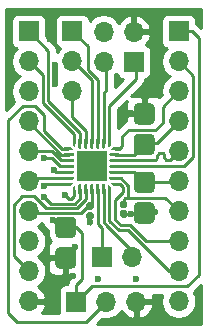
<source format=gtl>
G04 #@! TF.GenerationSoftware,KiCad,Pcbnew,(5.1.8)-1*
G04 #@! TF.CreationDate,2021-06-06T22:48:37+01:00*
G04 #@! TF.ProjectId,qfn-practice,71666e2d-7072-4616-9374-6963652e6b69,rev?*
G04 #@! TF.SameCoordinates,Original*
G04 #@! TF.FileFunction,Copper,L1,Top*
G04 #@! TF.FilePolarity,Positive*
%FSLAX46Y46*%
G04 Gerber Fmt 4.6, Leading zero omitted, Abs format (unit mm)*
G04 Created by KiCad (PCBNEW (5.1.8)-1) date 2021-06-06 22:48:37*
%MOMM*%
%LPD*%
G01*
G04 APERTURE LIST*
G04 #@! TA.AperFunction,ComponentPad*
%ADD10R,1.700000X1.700000*%
G04 #@! TD*
G04 #@! TA.AperFunction,ComponentPad*
%ADD11O,1.700000X1.700000*%
G04 #@! TD*
G04 #@! TA.AperFunction,SMDPad,CuDef*
%ADD12C,0.100000*%
G04 #@! TD*
G04 #@! TA.AperFunction,SMDPad,CuDef*
%ADD13R,2.500000X2.500000*%
G04 #@! TD*
G04 #@! TA.AperFunction,ViaPad*
%ADD14C,0.600000*%
G04 #@! TD*
G04 #@! TA.AperFunction,Conductor*
%ADD15C,0.250000*%
G04 #@! TD*
G04 #@! TA.AperFunction,Conductor*
%ADD16C,0.500000*%
G04 #@! TD*
G04 #@! TA.AperFunction,Conductor*
%ADD17C,0.254000*%
G04 #@! TD*
G04 #@! TA.AperFunction,Conductor*
%ADD18C,0.100000*%
G04 #@! TD*
G04 APERTURE END LIST*
D10*
G04 #@! TO.P,J1,1*
G04 #@! TO.N,+3V3*
X162560000Y-58420000D03*
D11*
G04 #@! TO.P,J1,2*
G04 #@! TO.N,/P19*
X162560000Y-60960000D03*
G04 #@! TO.P,J1,3*
G04 #@! TO.N,/P18*
X162560000Y-63500000D03*
G04 #@! TO.P,J1,4*
G04 #@! TO.N,/AT_VCC_ST_PA10*
X162560000Y-66040000D03*
G04 #@! TO.P,J1,5*
G04 #@! TO.N,/AT_PB2_ST_PA9*
X162560000Y-68580000D03*
G04 #@! TO.P,J1,6*
G04 #@! TO.N,/AT_PB1_ST_VDD*
X162560000Y-71120000D03*
G04 #@! TO.P,J1,7*
G04 #@! TO.N,/AT_PB0_ST_GND*
X162560000Y-73660000D03*
G04 #@! TO.P,J1,8*
G04 #@! TO.N,/P13*
X162560000Y-76200000D03*
G04 #@! TO.P,J1,9*
G04 #@! TO.N,/P12*
X162560000Y-78740000D03*
G04 #@! TO.P,J1,10*
G04 #@! TO.N,/P11*
X162560000Y-81280000D03*
G04 #@! TD*
G04 #@! TO.P,J2,10*
G04 #@! TO.N,GND*
X149860000Y-81280000D03*
G04 #@! TO.P,J2,9*
G04 #@! TO.N,/P9*
X149860000Y-78740000D03*
G04 #@! TO.P,J2,8*
G04 #@! TO.N,/P8*
X149860000Y-76200000D03*
G04 #@! TO.P,J2,7*
G04 #@! TO.N,/AT_GND_ST_PA5*
X149860000Y-73660000D03*
G04 #@! TO.P,J2,6*
G04 #@! TO.N,/AT_PB4_ST_PA0*
X149860000Y-71120000D03*
G04 #@! TO.P,J2,5*
G04 #@! TO.N,/AT_PB3_ST_PF1*
X149860000Y-68580000D03*
G04 #@! TO.P,J2,4*
G04 #@! TO.N,/AT_PB5_!RESET_ST_PF0*
X149860000Y-66040000D03*
G04 #@! TO.P,J2,3*
G04 #@! TO.N,/P3*
X149860000Y-63500000D03*
G04 #@! TO.P,J2,2*
G04 #@! TO.N,/P2*
X149860000Y-60960000D03*
D10*
G04 #@! TO.P,J2,1*
G04 #@! TO.N,/P1*
X149860000Y-58420000D03*
G04 #@! TD*
G04 #@! TA.AperFunction,SMDPad,CuDef*
D12*
G04 #@! TO.P,U2,14*
G04 #@! TO.N,/P12*
G36*
X156655139Y-71470865D02*
G01*
X156663581Y-71473425D01*
X156671361Y-71477584D01*
X156678180Y-71483180D01*
X156811820Y-71616820D01*
X156817416Y-71623639D01*
X156821575Y-71631419D01*
X156824135Y-71639861D01*
X156825000Y-71648640D01*
X156825000Y-72180000D01*
X156824135Y-72188779D01*
X156821575Y-72197221D01*
X156817416Y-72205001D01*
X156811820Y-72211820D01*
X156805001Y-72217416D01*
X156797221Y-72221575D01*
X156788779Y-72224135D01*
X156780000Y-72225000D01*
X156620000Y-72225000D01*
X156611221Y-72224135D01*
X156602779Y-72221575D01*
X156594999Y-72217416D01*
X156588180Y-72211820D01*
X156582584Y-72205001D01*
X156578425Y-72197221D01*
X156575865Y-72188779D01*
X156575000Y-72180000D01*
X156575000Y-71515000D01*
X156575865Y-71506221D01*
X156578425Y-71497779D01*
X156582584Y-71489999D01*
X156588180Y-71483180D01*
X156594999Y-71477584D01*
X156602779Y-71473425D01*
X156611221Y-71470865D01*
X156620000Y-71470000D01*
X156646360Y-71470000D01*
X156655139Y-71470865D01*
G37*
G04 #@! TD.AperFunction*
G04 #@! TA.AperFunction,SMDPad,CuDef*
G04 #@! TO.P,U2,7*
G04 #@! TO.N,/ST_PA1*
G36*
X153543779Y-71225865D02*
G01*
X153552221Y-71228425D01*
X153560001Y-71232584D01*
X153566820Y-71238180D01*
X153572416Y-71244999D01*
X153576575Y-71252779D01*
X153579135Y-71261221D01*
X153580000Y-71270000D01*
X153580000Y-71296360D01*
X153579135Y-71305139D01*
X153576575Y-71313581D01*
X153572416Y-71321361D01*
X153566820Y-71328180D01*
X153433180Y-71461820D01*
X153426361Y-71467416D01*
X153418581Y-71471575D01*
X153410139Y-71474135D01*
X153401360Y-71475000D01*
X152870000Y-71475000D01*
X152861221Y-71474135D01*
X152852779Y-71471575D01*
X152844999Y-71467416D01*
X152838180Y-71461820D01*
X152832584Y-71455001D01*
X152828425Y-71447221D01*
X152825865Y-71438779D01*
X152825000Y-71430000D01*
X152825000Y-71270000D01*
X152825865Y-71261221D01*
X152828425Y-71252779D01*
X152832584Y-71244999D01*
X152838180Y-71238180D01*
X152844999Y-71232584D01*
X152852779Y-71228425D01*
X152861221Y-71225865D01*
X152870000Y-71225000D01*
X153535000Y-71225000D01*
X153543779Y-71225865D01*
G37*
G04 #@! TD.AperFunction*
G04 #@! TO.P,U2,9*
G04 #@! TO.N,/P8*
G04 #@! TA.AperFunction,SMDPad,CuDef*
G36*
G01*
X154075000Y-72162500D02*
X154075000Y-71412500D01*
G75*
G02*
X154137500Y-71350000I62500J0D01*
G01*
X154262500Y-71350000D01*
G75*
G02*
X154325000Y-71412500I0J-62500D01*
G01*
X154325000Y-72162500D01*
G75*
G02*
X154262500Y-72225000I-62500J0D01*
G01*
X154137500Y-72225000D01*
G75*
G02*
X154075000Y-72162500I0J62500D01*
G01*
G37*
G04 #@! TD.AperFunction*
G04 #@! TO.P,U2,2*
G04 #@! TO.N,/AT_PB5_!RESET_ST_PF0*
G04 #@! TA.AperFunction,SMDPad,CuDef*
G36*
G01*
X152825000Y-68912500D02*
X152825000Y-68787500D01*
G75*
G02*
X152887500Y-68725000I62500J0D01*
G01*
X153637500Y-68725000D01*
G75*
G02*
X153700000Y-68787500I0J-62500D01*
G01*
X153700000Y-68912500D01*
G75*
G02*
X153637500Y-68975000I-62500J0D01*
G01*
X152887500Y-68975000D01*
G75*
G02*
X152825000Y-68912500I0J62500D01*
G01*
G37*
G04 #@! TD.AperFunction*
G04 #@! TA.AperFunction,SMDPad,CuDef*
G04 #@! TO.P,U2,28*
G04 #@! TO.N,/P2*
G36*
X153788779Y-67475865D02*
G01*
X153797221Y-67478425D01*
X153805001Y-67482584D01*
X153811820Y-67488180D01*
X153817416Y-67494999D01*
X153821575Y-67502779D01*
X153824135Y-67511221D01*
X153825000Y-67520000D01*
X153825000Y-68185000D01*
X153824135Y-68193779D01*
X153821575Y-68202221D01*
X153817416Y-68210001D01*
X153811820Y-68216820D01*
X153805001Y-68222416D01*
X153797221Y-68226575D01*
X153788779Y-68229135D01*
X153780000Y-68230000D01*
X153753640Y-68230000D01*
X153744861Y-68229135D01*
X153736419Y-68226575D01*
X153728639Y-68222416D01*
X153721820Y-68216820D01*
X153588180Y-68083180D01*
X153582584Y-68076361D01*
X153578425Y-68068581D01*
X153575865Y-68060139D01*
X153575000Y-68051360D01*
X153575000Y-67520000D01*
X153575865Y-67511221D01*
X153578425Y-67502779D01*
X153582584Y-67494999D01*
X153588180Y-67488180D01*
X153594999Y-67482584D01*
X153602779Y-67478425D01*
X153611221Y-67475865D01*
X153620000Y-67475000D01*
X153780000Y-67475000D01*
X153788779Y-67475865D01*
G37*
G04 #@! TD.AperFunction*
G04 #@! TO.P,U2,25*
G04 #@! TO.N,/ST_PB4_MISO*
G04 #@! TA.AperFunction,SMDPad,CuDef*
G36*
G01*
X155075000Y-68287500D02*
X155075000Y-67537500D01*
G75*
G02*
X155137500Y-67475000I62500J0D01*
G01*
X155262500Y-67475000D01*
G75*
G02*
X155325000Y-67537500I0J-62500D01*
G01*
X155325000Y-68287500D01*
G75*
G02*
X155262500Y-68350000I-62500J0D01*
G01*
X155137500Y-68350000D01*
G75*
G02*
X155075000Y-68287500I0J62500D01*
G01*
G37*
G04 #@! TD.AperFunction*
G04 #@! TO.P,U2,16*
G04 #@! TO.N,/AT_PB0_ST_GND*
G04 #@! TA.AperFunction,SMDPad,CuDef*
G36*
G01*
X156700000Y-70912500D02*
X156700000Y-70787500D01*
G75*
G02*
X156762500Y-70725000I62500J0D01*
G01*
X157512500Y-70725000D01*
G75*
G02*
X157575000Y-70787500I0J-62500D01*
G01*
X157575000Y-70912500D01*
G75*
G02*
X157512500Y-70975000I-62500J0D01*
G01*
X156762500Y-70975000D01*
G75*
G02*
X156700000Y-70912500I0J62500D01*
G01*
G37*
G04 #@! TD.AperFunction*
G04 #@! TO.P,U2,27*
G04 #@! TO.N,/P1*
G04 #@! TA.AperFunction,SMDPad,CuDef*
G36*
G01*
X154075000Y-68287500D02*
X154075000Y-67537500D01*
G75*
G02*
X154137500Y-67475000I62500J0D01*
G01*
X154262500Y-67475000D01*
G75*
G02*
X154325000Y-67537500I0J-62500D01*
G01*
X154325000Y-68287500D01*
G75*
G02*
X154262500Y-68350000I-62500J0D01*
G01*
X154137500Y-68350000D01*
G75*
G02*
X154075000Y-68287500I0J62500D01*
G01*
G37*
G04 #@! TD.AperFunction*
G04 #@! TO.P,U2,26*
G04 #@! TO.N,/ST_PB5_MOSI*
G04 #@! TA.AperFunction,SMDPad,CuDef*
G36*
G01*
X154575000Y-68287500D02*
X154575000Y-67537500D01*
G75*
G02*
X154637500Y-67475000I62500J0D01*
G01*
X154762500Y-67475000D01*
G75*
G02*
X154825000Y-67537500I0J-62500D01*
G01*
X154825000Y-68287500D01*
G75*
G02*
X154762500Y-68350000I-62500J0D01*
G01*
X154637500Y-68350000D01*
G75*
G02*
X154575000Y-68287500I0J62500D01*
G01*
G37*
G04 #@! TD.AperFunction*
G04 #@! TO.P,U2,24*
G04 #@! TO.N,/ST_PB3_SCK*
G04 #@! TA.AperFunction,SMDPad,CuDef*
G36*
G01*
X155575000Y-68287500D02*
X155575000Y-67537500D01*
G75*
G02*
X155637500Y-67475000I62500J0D01*
G01*
X155762500Y-67475000D01*
G75*
G02*
X155825000Y-67537500I0J-62500D01*
G01*
X155825000Y-68287500D01*
G75*
G02*
X155762500Y-68350000I-62500J0D01*
G01*
X155637500Y-68350000D01*
G75*
G02*
X155575000Y-68287500I0J62500D01*
G01*
G37*
G04 #@! TD.AperFunction*
G04 #@! TO.P,U2,23*
G04 #@! TO.N,/ST_USART-RX*
G04 #@! TA.AperFunction,SMDPad,CuDef*
G36*
G01*
X156075000Y-68287500D02*
X156075000Y-67537500D01*
G75*
G02*
X156137500Y-67475000I62500J0D01*
G01*
X156262500Y-67475000D01*
G75*
G02*
X156325000Y-67537500I0J-62500D01*
G01*
X156325000Y-68287500D01*
G75*
G02*
X156262500Y-68350000I-62500J0D01*
G01*
X156137500Y-68350000D01*
G75*
G02*
X156075000Y-68287500I0J62500D01*
G01*
G37*
G04 #@! TD.AperFunction*
G04 #@! TA.AperFunction,SMDPad,CuDef*
G04 #@! TO.P,U2,22*
G04 #@! TO.N,/ST_USART-TX*
G36*
X156788779Y-67475865D02*
G01*
X156797221Y-67478425D01*
X156805001Y-67482584D01*
X156811820Y-67488180D01*
X156817416Y-67494999D01*
X156821575Y-67502779D01*
X156824135Y-67511221D01*
X156825000Y-67520000D01*
X156825000Y-68051360D01*
X156824135Y-68060139D01*
X156821575Y-68068581D01*
X156817416Y-68076361D01*
X156811820Y-68083180D01*
X156678180Y-68216820D01*
X156671361Y-68222416D01*
X156663581Y-68226575D01*
X156655139Y-68229135D01*
X156646360Y-68230000D01*
X156620000Y-68230000D01*
X156611221Y-68229135D01*
X156602779Y-68226575D01*
X156594999Y-68222416D01*
X156588180Y-68216820D01*
X156582584Y-68210001D01*
X156578425Y-68202221D01*
X156575865Y-68193779D01*
X156575000Y-68185000D01*
X156575000Y-67520000D01*
X156575865Y-67511221D01*
X156578425Y-67502779D01*
X156582584Y-67494999D01*
X156588180Y-67488180D01*
X156594999Y-67482584D01*
X156602779Y-67478425D01*
X156611221Y-67475865D01*
X156620000Y-67475000D01*
X156780000Y-67475000D01*
X156788779Y-67475865D01*
G37*
G04 #@! TD.AperFunction*
G04 #@! TO.P,U2,17*
G04 #@! TO.N,/AT_PB1_ST_VDD*
G04 #@! TA.AperFunction,SMDPad,CuDef*
G36*
G01*
X156700000Y-70412500D02*
X156700000Y-70287500D01*
G75*
G02*
X156762500Y-70225000I62500J0D01*
G01*
X157512500Y-70225000D01*
G75*
G02*
X157575000Y-70287500I0J-62500D01*
G01*
X157575000Y-70412500D01*
G75*
G02*
X157512500Y-70475000I-62500J0D01*
G01*
X156762500Y-70475000D01*
G75*
G02*
X156700000Y-70412500I0J62500D01*
G01*
G37*
G04 #@! TD.AperFunction*
G04 #@! TA.AperFunction,SMDPad,CuDef*
G04 #@! TO.P,U2,21*
G04 #@! TO.N,/P18*
G36*
X157538779Y-68225865D02*
G01*
X157547221Y-68228425D01*
X157555001Y-68232584D01*
X157561820Y-68238180D01*
X157567416Y-68244999D01*
X157571575Y-68252779D01*
X157574135Y-68261221D01*
X157575000Y-68270000D01*
X157575000Y-68430000D01*
X157574135Y-68438779D01*
X157571575Y-68447221D01*
X157567416Y-68455001D01*
X157561820Y-68461820D01*
X157555001Y-68467416D01*
X157547221Y-68471575D01*
X157538779Y-68474135D01*
X157530000Y-68475000D01*
X156865000Y-68475000D01*
X156856221Y-68474135D01*
X156847779Y-68471575D01*
X156839999Y-68467416D01*
X156833180Y-68461820D01*
X156827584Y-68455001D01*
X156823425Y-68447221D01*
X156820865Y-68438779D01*
X156820000Y-68430000D01*
X156820000Y-68403640D01*
X156820865Y-68394861D01*
X156823425Y-68386419D01*
X156827584Y-68378639D01*
X156833180Y-68371820D01*
X156966820Y-68238180D01*
X156973639Y-68232584D01*
X156981419Y-68228425D01*
X156989861Y-68225865D01*
X156998640Y-68225000D01*
X157530000Y-68225000D01*
X157538779Y-68225865D01*
G37*
G04 #@! TD.AperFunction*
G04 #@! TO.P,U2,12*
G04 #@! TO.N,/ST_PA6*
G04 #@! TA.AperFunction,SMDPad,CuDef*
G36*
G01*
X155575000Y-72162500D02*
X155575000Y-71412500D01*
G75*
G02*
X155637500Y-71350000I62500J0D01*
G01*
X155762500Y-71350000D01*
G75*
G02*
X155825000Y-71412500I0J-62500D01*
G01*
X155825000Y-72162500D01*
G75*
G02*
X155762500Y-72225000I-62500J0D01*
G01*
X155637500Y-72225000D01*
G75*
G02*
X155575000Y-72162500I0J62500D01*
G01*
G37*
G04 #@! TD.AperFunction*
G04 #@! TO.P,U2,6*
G04 #@! TO.N,/AT_PB4_ST_PA0*
G04 #@! TA.AperFunction,SMDPad,CuDef*
G36*
G01*
X152825000Y-70912500D02*
X152825000Y-70787500D01*
G75*
G02*
X152887500Y-70725000I62500J0D01*
G01*
X153637500Y-70725000D01*
G75*
G02*
X153700000Y-70787500I0J-62500D01*
G01*
X153700000Y-70912500D01*
G75*
G02*
X153637500Y-70975000I-62500J0D01*
G01*
X152887500Y-70975000D01*
G75*
G02*
X152825000Y-70912500I0J62500D01*
G01*
G37*
G04 #@! TD.AperFunction*
G04 #@! TO.P,U2,4*
G04 #@! TO.N,/P3*
G04 #@! TA.AperFunction,SMDPad,CuDef*
G36*
G01*
X152825000Y-69912500D02*
X152825000Y-69787500D01*
G75*
G02*
X152887500Y-69725000I62500J0D01*
G01*
X153637500Y-69725000D01*
G75*
G02*
X153700000Y-69787500I0J-62500D01*
G01*
X153700000Y-69912500D01*
G75*
G02*
X153637500Y-69975000I-62500J0D01*
G01*
X152887500Y-69975000D01*
G75*
G02*
X152825000Y-69912500I0J62500D01*
G01*
G37*
G04 #@! TD.AperFunction*
G04 #@! TO.P,U2,20*
G04 #@! TO.N,/AT_VCC_ST_PA10*
G04 #@! TA.AperFunction,SMDPad,CuDef*
G36*
G01*
X156700000Y-68912500D02*
X156700000Y-68787500D01*
G75*
G02*
X156762500Y-68725000I62500J0D01*
G01*
X157512500Y-68725000D01*
G75*
G02*
X157575000Y-68787500I0J-62500D01*
G01*
X157575000Y-68912500D01*
G75*
G02*
X157512500Y-68975000I-62500J0D01*
G01*
X156762500Y-68975000D01*
G75*
G02*
X156700000Y-68912500I0J62500D01*
G01*
G37*
G04 #@! TD.AperFunction*
G04 #@! TO.P,U2,19*
G04 #@! TO.N,/AT_PB2_ST_PA9*
G04 #@! TA.AperFunction,SMDPad,CuDef*
G36*
G01*
X156700000Y-69412500D02*
X156700000Y-69287500D01*
G75*
G02*
X156762500Y-69225000I62500J0D01*
G01*
X157512500Y-69225000D01*
G75*
G02*
X157575000Y-69287500I0J-62500D01*
G01*
X157575000Y-69412500D01*
G75*
G02*
X157512500Y-69475000I-62500J0D01*
G01*
X156762500Y-69475000D01*
G75*
G02*
X156700000Y-69412500I0J62500D01*
G01*
G37*
G04 #@! TD.AperFunction*
G04 #@! TO.P,U2,18*
G04 #@! TO.N,/P19*
G04 #@! TA.AperFunction,SMDPad,CuDef*
G36*
G01*
X156700000Y-69912500D02*
X156700000Y-69787500D01*
G75*
G02*
X156762500Y-69725000I62500J0D01*
G01*
X157512500Y-69725000D01*
G75*
G02*
X157575000Y-69787500I0J-62500D01*
G01*
X157575000Y-69912500D01*
G75*
G02*
X157512500Y-69975000I-62500J0D01*
G01*
X156762500Y-69975000D01*
G75*
G02*
X156700000Y-69912500I0J62500D01*
G01*
G37*
G04 #@! TD.AperFunction*
G04 #@! TO.P,U2,5*
G04 #@! TO.N,+3V3*
G04 #@! TA.AperFunction,SMDPad,CuDef*
G36*
G01*
X152825000Y-70412500D02*
X152825000Y-70287500D01*
G75*
G02*
X152887500Y-70225000I62500J0D01*
G01*
X153637500Y-70225000D01*
G75*
G02*
X153700000Y-70287500I0J-62500D01*
G01*
X153700000Y-70412500D01*
G75*
G02*
X153637500Y-70475000I-62500J0D01*
G01*
X152887500Y-70475000D01*
G75*
G02*
X152825000Y-70412500I0J62500D01*
G01*
G37*
G04 #@! TD.AperFunction*
G04 #@! TO.P,U2,13*
G04 #@! TO.N,/ST_PA7*
G04 #@! TA.AperFunction,SMDPad,CuDef*
G36*
G01*
X156075000Y-72162500D02*
X156075000Y-71412500D01*
G75*
G02*
X156137500Y-71350000I62500J0D01*
G01*
X156262500Y-71350000D01*
G75*
G02*
X156325000Y-71412500I0J-62500D01*
G01*
X156325000Y-72162500D01*
G75*
G02*
X156262500Y-72225000I-62500J0D01*
G01*
X156137500Y-72225000D01*
G75*
G02*
X156075000Y-72162500I0J62500D01*
G01*
G37*
G04 #@! TD.AperFunction*
G04 #@! TA.AperFunction,SMDPad,CuDef*
G04 #@! TO.P,U2,15*
G04 #@! TO.N,/P13*
G36*
X157538779Y-71225865D02*
G01*
X157547221Y-71228425D01*
X157555001Y-71232584D01*
X157561820Y-71238180D01*
X157567416Y-71244999D01*
X157571575Y-71252779D01*
X157574135Y-71261221D01*
X157575000Y-71270000D01*
X157575000Y-71430000D01*
X157574135Y-71438779D01*
X157571575Y-71447221D01*
X157567416Y-71455001D01*
X157561820Y-71461820D01*
X157555001Y-71467416D01*
X157547221Y-71471575D01*
X157538779Y-71474135D01*
X157530000Y-71475000D01*
X156998640Y-71475000D01*
X156989861Y-71474135D01*
X156981419Y-71471575D01*
X156973639Y-71467416D01*
X156966820Y-71461820D01*
X156833180Y-71328180D01*
X156827584Y-71321361D01*
X156823425Y-71313581D01*
X156820865Y-71305139D01*
X156820000Y-71296360D01*
X156820000Y-71270000D01*
X156820865Y-71261221D01*
X156823425Y-71252779D01*
X156827584Y-71244999D01*
X156833180Y-71238180D01*
X156839999Y-71232584D01*
X156847779Y-71228425D01*
X156856221Y-71225865D01*
X156865000Y-71225000D01*
X157530000Y-71225000D01*
X157538779Y-71225865D01*
G37*
G04 #@! TD.AperFunction*
G04 #@! TO.P,U2,10*
G04 #@! TO.N,/P9*
G04 #@! TA.AperFunction,SMDPad,CuDef*
G36*
G01*
X154575000Y-72162500D02*
X154575000Y-71412500D01*
G75*
G02*
X154637500Y-71350000I62500J0D01*
G01*
X154762500Y-71350000D01*
G75*
G02*
X154825000Y-71412500I0J-62500D01*
G01*
X154825000Y-72162500D01*
G75*
G02*
X154762500Y-72225000I-62500J0D01*
G01*
X154637500Y-72225000D01*
G75*
G02*
X154575000Y-72162500I0J62500D01*
G01*
G37*
G04 #@! TD.AperFunction*
G04 #@! TA.AperFunction,SMDPad,CuDef*
G04 #@! TO.P,U2,1*
G04 #@! TO.N,/ST_BOOT0*
G36*
X153410139Y-68225865D02*
G01*
X153418581Y-68228425D01*
X153426361Y-68232584D01*
X153433180Y-68238180D01*
X153566820Y-68371820D01*
X153572416Y-68378639D01*
X153576575Y-68386419D01*
X153579135Y-68394861D01*
X153580000Y-68403640D01*
X153580000Y-68430000D01*
X153579135Y-68438779D01*
X153576575Y-68447221D01*
X153572416Y-68455001D01*
X153566820Y-68461820D01*
X153560001Y-68467416D01*
X153552221Y-68471575D01*
X153543779Y-68474135D01*
X153535000Y-68475000D01*
X152870000Y-68475000D01*
X152861221Y-68474135D01*
X152852779Y-68471575D01*
X152844999Y-68467416D01*
X152838180Y-68461820D01*
X152832584Y-68455001D01*
X152828425Y-68447221D01*
X152825865Y-68438779D01*
X152825000Y-68430000D01*
X152825000Y-68270000D01*
X152825865Y-68261221D01*
X152828425Y-68252779D01*
X152832584Y-68244999D01*
X152838180Y-68238180D01*
X152844999Y-68232584D01*
X152852779Y-68228425D01*
X152861221Y-68225865D01*
X152870000Y-68225000D01*
X153401360Y-68225000D01*
X153410139Y-68225865D01*
G37*
G04 #@! TD.AperFunction*
G04 #@! TO.P,U2,3*
G04 #@! TO.N,/AT_PB3_ST_PF1*
G04 #@! TA.AperFunction,SMDPad,CuDef*
G36*
G01*
X152825000Y-69412500D02*
X152825000Y-69287500D01*
G75*
G02*
X152887500Y-69225000I62500J0D01*
G01*
X153637500Y-69225000D01*
G75*
G02*
X153700000Y-69287500I0J-62500D01*
G01*
X153700000Y-69412500D01*
G75*
G02*
X153637500Y-69475000I-62500J0D01*
G01*
X152887500Y-69475000D01*
G75*
G02*
X152825000Y-69412500I0J62500D01*
G01*
G37*
G04 #@! TD.AperFunction*
G04 #@! TA.AperFunction,SMDPad,CuDef*
G04 #@! TO.P,U2,8*
G04 #@! TO.N,/P11*
G36*
X153788779Y-71470865D02*
G01*
X153797221Y-71473425D01*
X153805001Y-71477584D01*
X153811820Y-71483180D01*
X153817416Y-71489999D01*
X153821575Y-71497779D01*
X153824135Y-71506221D01*
X153825000Y-71515000D01*
X153825000Y-72180000D01*
X153824135Y-72188779D01*
X153821575Y-72197221D01*
X153817416Y-72205001D01*
X153811820Y-72211820D01*
X153805001Y-72217416D01*
X153797221Y-72221575D01*
X153788779Y-72224135D01*
X153780000Y-72225000D01*
X153620000Y-72225000D01*
X153611221Y-72224135D01*
X153602779Y-72221575D01*
X153594999Y-72217416D01*
X153588180Y-72211820D01*
X153582584Y-72205001D01*
X153578425Y-72197221D01*
X153575865Y-72188779D01*
X153575000Y-72180000D01*
X153575000Y-71648640D01*
X153575865Y-71639861D01*
X153578425Y-71631419D01*
X153582584Y-71623639D01*
X153588180Y-71616820D01*
X153721820Y-71483180D01*
X153728639Y-71477584D01*
X153736419Y-71473425D01*
X153744861Y-71470865D01*
X153753640Y-71470000D01*
X153780000Y-71470000D01*
X153788779Y-71470865D01*
G37*
G04 #@! TD.AperFunction*
G04 #@! TO.P,U2,11*
G04 #@! TO.N,/AT_GND_ST_PA5*
G04 #@! TA.AperFunction,SMDPad,CuDef*
G36*
G01*
X155075000Y-72162500D02*
X155075000Y-71412500D01*
G75*
G02*
X155137500Y-71350000I62500J0D01*
G01*
X155262500Y-71350000D01*
G75*
G02*
X155325000Y-71412500I0J-62500D01*
G01*
X155325000Y-72162500D01*
G75*
G02*
X155262500Y-72225000I-62500J0D01*
G01*
X155137500Y-72225000D01*
G75*
G02*
X155075000Y-72162500I0J62500D01*
G01*
G37*
G04 #@! TD.AperFunction*
D13*
G04 #@! TO.P,U2,29*
G04 #@! TO.N,GND*
X155200000Y-69850000D03*
G04 #@! TD*
G04 #@! TO.P,C1,1*
G04 #@! TO.N,GND*
G04 #@! TA.AperFunction,SMDPad,CuDef*
G36*
G01*
X160189000Y-74690800D02*
X159111000Y-74690800D01*
G75*
G02*
X158775000Y-74354800I0J336000D01*
G01*
X158775000Y-73226800D01*
G75*
G02*
X159111000Y-72890800I336000J0D01*
G01*
X160189000Y-72890800D01*
G75*
G02*
X160525000Y-73226800I0J-336000D01*
G01*
X160525000Y-74354800D01*
G75*
G02*
X160189000Y-74690800I-336000J0D01*
G01*
G37*
G04 #@! TD.AperFunction*
G04 #@! TO.P,C1,2*
G04 #@! TO.N,/AT_PB1_ST_VDD*
G04 #@! TA.AperFunction,SMDPad,CuDef*
G36*
G01*
X160189000Y-72100000D02*
X159111000Y-72100000D01*
G75*
G02*
X158775000Y-71764000I0J336000D01*
G01*
X158775000Y-70636000D01*
G75*
G02*
X159111000Y-70300000I336000J0D01*
G01*
X160189000Y-70300000D01*
G75*
G02*
X160525000Y-70636000I0J-336000D01*
G01*
X160525000Y-71764000D01*
G75*
G02*
X160189000Y-72100000I-336000J0D01*
G01*
G37*
G04 #@! TD.AperFunction*
G04 #@! TD*
G04 #@! TO.P,C2,2*
G04 #@! TO.N,+3V3*
G04 #@! TA.AperFunction,SMDPad,CuDef*
G36*
G01*
X153539000Y-75909200D02*
X152461000Y-75909200D01*
G75*
G02*
X152125000Y-75573200I0J336000D01*
G01*
X152125000Y-74445200D01*
G75*
G02*
X152461000Y-74109200I336000J0D01*
G01*
X153539000Y-74109200D01*
G75*
G02*
X153875000Y-74445200I0J-336000D01*
G01*
X153875000Y-75573200D01*
G75*
G02*
X153539000Y-75909200I-336000J0D01*
G01*
G37*
G04 #@! TD.AperFunction*
G04 #@! TO.P,C2,1*
G04 #@! TO.N,GND*
G04 #@! TA.AperFunction,SMDPad,CuDef*
G36*
G01*
X153539000Y-78500000D02*
X152461000Y-78500000D01*
G75*
G02*
X152125000Y-78164000I0J336000D01*
G01*
X152125000Y-77036000D01*
G75*
G02*
X152461000Y-76700000I336000J0D01*
G01*
X153539000Y-76700000D01*
G75*
G02*
X153875000Y-77036000I0J-336000D01*
G01*
X153875000Y-78164000D01*
G75*
G02*
X153539000Y-78500000I-336000J0D01*
G01*
G37*
G04 #@! TD.AperFunction*
G04 #@! TD*
G04 #@! TO.P,C3,1*
G04 #@! TO.N,GND*
G04 #@! TA.AperFunction,SMDPad,CuDef*
G36*
G01*
X159111000Y-64509200D02*
X160189000Y-64509200D01*
G75*
G02*
X160525000Y-64845200I0J-336000D01*
G01*
X160525000Y-65973200D01*
G75*
G02*
X160189000Y-66309200I-336000J0D01*
G01*
X159111000Y-66309200D01*
G75*
G02*
X158775000Y-65973200I0J336000D01*
G01*
X158775000Y-64845200D01*
G75*
G02*
X159111000Y-64509200I336000J0D01*
G01*
G37*
G04 #@! TD.AperFunction*
G04 #@! TO.P,C3,2*
G04 #@! TO.N,/AT_VCC_ST_PA10*
G04 #@! TA.AperFunction,SMDPad,CuDef*
G36*
G01*
X159111000Y-67100000D02*
X160189000Y-67100000D01*
G75*
G02*
X160525000Y-67436000I0J-336000D01*
G01*
X160525000Y-68564000D01*
G75*
G02*
X160189000Y-68900000I-336000J0D01*
G01*
X159111000Y-68900000D01*
G75*
G02*
X158775000Y-68564000I0J336000D01*
G01*
X158775000Y-67436000D01*
G75*
G02*
X159111000Y-67100000I336000J0D01*
G01*
G37*
G04 #@! TD.AperFunction*
G04 #@! TD*
G04 #@! TO.P,JP2,2*
G04 #@! TO.N,/AT_PB0_ST_GND*
G04 #@! TA.AperFunction,SMDPad,CuDef*
G36*
G01*
X158058750Y-73377500D02*
X157741250Y-73377500D01*
G75*
G02*
X157582500Y-73218750I0J158750D01*
G01*
X157582500Y-72901250D01*
G75*
G02*
X157741250Y-72742500I158750J0D01*
G01*
X158058750Y-72742500D01*
G75*
G02*
X158217500Y-72901250I0J-158750D01*
G01*
X158217500Y-73218750D01*
G75*
G02*
X158058750Y-73377500I-158750J0D01*
G01*
G37*
G04 #@! TD.AperFunction*
G04 #@! TO.P,JP2,1*
G04 #@! TO.N,GND*
G04 #@! TA.AperFunction,SMDPad,CuDef*
G36*
G01*
X158058750Y-74192500D02*
X157741250Y-74192500D01*
G75*
G02*
X157582500Y-74033750I0J158750D01*
G01*
X157582500Y-73716250D01*
G75*
G02*
X157741250Y-73557500I158750J0D01*
G01*
X158058750Y-73557500D01*
G75*
G02*
X158217500Y-73716250I0J-158750D01*
G01*
X158217500Y-74033750D01*
G75*
G02*
X158058750Y-74192500I-158750J0D01*
G01*
G37*
G04 #@! TD.AperFunction*
G04 #@! TD*
G04 #@! TO.P,JP5,2*
G04 #@! TO.N,GND*
G04 #@! TA.AperFunction,SMDPad,CuDef*
G36*
G01*
X154891250Y-73722500D02*
X155208750Y-73722500D01*
G75*
G02*
X155367500Y-73881250I0J-158750D01*
G01*
X155367500Y-74198750D01*
G75*
G02*
X155208750Y-74357500I-158750J0D01*
G01*
X154891250Y-74357500D01*
G75*
G02*
X154732500Y-74198750I0J158750D01*
G01*
X154732500Y-73881250D01*
G75*
G02*
X154891250Y-73722500I158750J0D01*
G01*
G37*
G04 #@! TD.AperFunction*
G04 #@! TO.P,JP5,1*
G04 #@! TO.N,/AT_GND_ST_PA5*
G04 #@! TA.AperFunction,SMDPad,CuDef*
G36*
G01*
X154891250Y-72907500D02*
X155208750Y-72907500D01*
G75*
G02*
X155367500Y-73066250I0J-158750D01*
G01*
X155367500Y-73383750D01*
G75*
G02*
X155208750Y-73542500I-158750J0D01*
G01*
X154891250Y-73542500D01*
G75*
G02*
X154732500Y-73383750I0J158750D01*
G01*
X154732500Y-73066250D01*
G75*
G02*
X154891250Y-72907500I158750J0D01*
G01*
G37*
G04 #@! TD.AperFunction*
G04 #@! TD*
D10*
G04 #@! TO.P,J3,1*
G04 #@! TO.N,+3V3*
X153900000Y-81300000D03*
D11*
G04 #@! TO.P,J3,2*
G04 #@! TO.N,/ST_BOOT0*
X156440000Y-81300000D03*
G04 #@! TO.P,J3,3*
G04 #@! TO.N,GND*
X158980000Y-81300000D03*
G04 #@! TD*
D10*
G04 #@! TO.P,J5,1*
G04 #@! TO.N,/ST_PA6*
X156100000Y-77500000D03*
D11*
G04 #@! TO.P,J5,2*
G04 #@! TO.N,/ST_PA7*
X158640000Y-77500000D03*
G04 #@! TD*
D10*
G04 #@! TO.P,J7,1*
G04 #@! TO.N,/ST_PB3_SCK*
X153550000Y-58400000D03*
D11*
G04 #@! TO.P,J7,2*
G04 #@! TO.N,/ST_PB4_MISO*
X153550000Y-60940000D03*
G04 #@! TO.P,J7,3*
G04 #@! TO.N,/ST_PB5_MOSI*
X153550000Y-63480000D03*
G04 #@! TD*
D10*
G04 #@! TO.P,J4,1*
G04 #@! TO.N,/ST_USART-TX*
X158740000Y-61000000D03*
D11*
G04 #@! TO.P,J4,2*
G04 #@! TO.N,/ST_USART-RX*
X156200000Y-61000000D03*
G04 #@! TO.P,J4,3*
G04 #@! TO.N,GND*
X158740000Y-58460000D03*
G04 #@! TO.P,J4,4*
G04 #@! TO.N,/ST_PA1*
X156200000Y-58460000D03*
G04 #@! TD*
D14*
G04 #@! TO.N,GND*
X154300000Y-69000000D03*
X156100000Y-69000000D03*
X156100000Y-70700000D03*
X154300000Y-70700000D03*
X155700000Y-79400000D03*
X158950000Y-79350000D03*
X159950000Y-63150000D03*
X160550000Y-73750000D03*
X158550000Y-65300000D03*
X158500000Y-73900000D03*
X155050000Y-74600000D03*
X153600000Y-79100000D03*
X151400000Y-79400000D03*
X151950000Y-80850000D03*
X164000000Y-82800000D03*
X160500000Y-56900000D03*
X151700000Y-57800000D03*
X151700000Y-59100000D03*
X148300000Y-56800000D03*
X157300000Y-62300000D03*
X153824990Y-76700000D03*
X152125010Y-62899994D03*
X152125010Y-61300000D03*
G04 #@! TO.N,+3V3*
X151900000Y-74400000D03*
X151971408Y-70128584D03*
G04 #@! TO.N,/P11*
X152950000Y-72250000D03*
G04 #@! TO.N,/P8*
X151193413Y-72406587D03*
G04 #@! TO.N,/P3*
X151183969Y-69175953D03*
G04 #@! TO.N,/ST_PA1*
X151187108Y-71475010D03*
G04 #@! TD*
D15*
G04 #@! TO.N,GND*
X155000000Y-69850000D02*
X154950000Y-69850000D01*
X155000000Y-69850000D02*
X155050000Y-69850000D01*
X160509200Y-73790800D02*
X160550000Y-73750000D01*
X159400000Y-73790800D02*
X160509200Y-73790800D01*
X158275000Y-73875000D02*
X158300000Y-73900000D01*
X157700000Y-73875000D02*
X158275000Y-73875000D01*
X159290800Y-73900000D02*
X159400000Y-73790800D01*
X158300000Y-73900000D02*
X159290800Y-73900000D01*
X155050000Y-74750000D02*
X155050000Y-74040000D01*
X159540800Y-65300000D02*
X159650000Y-65409200D01*
X158550000Y-65300000D02*
X159540800Y-65300000D01*
X153000000Y-77600000D02*
X153824990Y-76775010D01*
X153824990Y-76775010D02*
X153824990Y-76700000D01*
D16*
X152100000Y-61325010D02*
X152125010Y-61300000D01*
D15*
X152100006Y-62899994D02*
X152125010Y-62899994D01*
X152100000Y-62899988D02*
X152100006Y-62899994D01*
D16*
X152100000Y-62899988D02*
X152100000Y-61325010D01*
D15*
G04 #@! TO.N,+3V3*
X152509200Y-75009200D02*
X151900000Y-74400000D01*
X153000000Y-75009200D02*
X152509200Y-75009200D01*
X153262500Y-70350000D02*
X152192824Y-70350000D01*
X152192824Y-70350000D02*
X151971408Y-70128584D01*
X155200000Y-80000000D02*
X153900000Y-81300000D01*
X163300000Y-80000000D02*
X155200000Y-80000000D01*
X164250000Y-79050000D02*
X163300000Y-80000000D01*
X164250000Y-59010000D02*
X164250000Y-79050000D01*
X163660000Y-58420000D02*
X164250000Y-59010000D01*
X162560000Y-58420000D02*
X163660000Y-58420000D01*
X153875000Y-75009200D02*
X154400000Y-75534200D01*
X153000000Y-75009200D02*
X153875000Y-75009200D01*
X154400000Y-75534200D02*
X154400000Y-79400000D01*
X153900000Y-79900000D02*
X153900000Y-81300000D01*
X154400000Y-79400000D02*
X153900000Y-79900000D01*
G04 #@! TO.N,/P19*
X163800000Y-62200000D02*
X162560000Y-60960000D01*
X163800000Y-69100000D02*
X163800000Y-62200000D01*
X163050000Y-69850000D02*
X163800000Y-69100000D01*
X157137500Y-69850000D02*
X163050000Y-69850000D01*
G04 #@! TO.N,/P18*
X157550000Y-68350000D02*
X157197500Y-68350000D01*
X157800000Y-67308900D02*
X157800000Y-68100000D01*
X158358900Y-66750000D02*
X157800000Y-67308900D01*
X160600000Y-66750000D02*
X158358900Y-66750000D01*
X161200000Y-66150000D02*
X160600000Y-66750000D01*
X161200000Y-64800000D02*
X161200000Y-66150000D01*
X162500000Y-63500000D02*
X161200000Y-64800000D01*
X157800000Y-68100000D02*
X157550000Y-68350000D01*
X162560000Y-63500000D02*
X162500000Y-63500000D01*
G04 #@! TO.N,/P13*
X159765700Y-76200000D02*
X162560000Y-76200000D01*
X157663443Y-74835557D02*
X158401257Y-74835557D01*
X158401257Y-74835557D02*
X159765700Y-76200000D01*
X157197500Y-74369614D02*
X157663443Y-74835557D01*
X157197500Y-72702500D02*
X157197500Y-74369614D01*
X157850000Y-72050000D02*
X157197500Y-72702500D01*
X157850000Y-71615698D02*
X157850000Y-72050000D01*
X157584302Y-71350000D02*
X157850000Y-71615698D01*
X157197500Y-71350000D02*
X157584302Y-71350000D01*
G04 #@! TO.N,/P12*
X161740000Y-78740000D02*
X162560000Y-78740000D01*
X158235568Y-75235568D02*
X161740000Y-78740000D01*
X157497754Y-75235568D02*
X158235568Y-75235568D01*
X156700000Y-74437814D02*
X157497754Y-75235568D01*
X156700000Y-71847500D02*
X156700000Y-74437814D01*
G04 #@! TO.N,/P11*
X153700000Y-71847500D02*
X153700000Y-72350000D01*
X153700000Y-72350000D02*
X153450000Y-72600000D01*
X153300000Y-72600000D02*
X152950000Y-72250000D01*
X153450000Y-72600000D02*
X153300000Y-72600000D01*
G04 #@! TO.N,/P9*
X148600000Y-73100000D02*
X148600000Y-77480000D01*
X148600000Y-77480000D02*
X149860000Y-78740000D01*
X149300000Y-72400000D02*
X148600000Y-73100000D01*
X150300000Y-72400000D02*
X149300000Y-72400000D01*
X153950000Y-73400000D02*
X151300000Y-73400000D01*
X154457490Y-72892510D02*
X153950000Y-73400000D01*
X154457490Y-72886580D02*
X154457490Y-72892510D01*
X151300000Y-73400000D02*
X150300000Y-72400000D01*
X154700000Y-72644070D02*
X154457490Y-72886580D01*
X154700000Y-71787500D02*
X154700000Y-72644070D01*
G04 #@! TO.N,/P8*
X154200000Y-72550000D02*
X154200000Y-71787500D01*
X151786826Y-73000000D02*
X153750000Y-73000000D01*
X151193413Y-72406587D02*
X151786826Y-73000000D01*
X153750000Y-73000000D02*
X154200000Y-72550000D01*
G04 #@! TO.N,/P3*
X151831990Y-69175953D02*
X151183969Y-69175953D01*
X153262500Y-69850000D02*
X152506037Y-69850000D01*
X152506037Y-69850000D02*
X151831990Y-69175953D01*
G04 #@! TO.N,/P2*
X151049989Y-64486400D02*
X151049989Y-62149989D01*
X153700000Y-67852500D02*
X153700000Y-67136410D01*
X151049989Y-62149989D02*
X149860000Y-60960000D01*
X153700000Y-67136410D02*
X151049989Y-64486400D01*
G04 #@! TO.N,/P1*
X151500000Y-60060000D02*
X149860000Y-58420000D01*
X154200000Y-67000000D02*
X151500000Y-64300000D01*
X151500000Y-64300000D02*
X151500000Y-60060000D01*
X154200000Y-67912500D02*
X154200000Y-67000000D01*
G04 #@! TO.N,/AT_PB1_ST_VDD*
X162480000Y-71200000D02*
X162560000Y-71120000D01*
X159650000Y-71200000D02*
X162480000Y-71200000D01*
X158800000Y-70350000D02*
X159650000Y-71200000D01*
X156937500Y-70350000D02*
X158800000Y-70350000D01*
G04 #@! TO.N,/AT_PB4_ST_PA0*
X150080000Y-70900000D02*
X149860000Y-71120000D01*
X150130000Y-70850000D02*
X149860000Y-71120000D01*
X153262500Y-70850000D02*
X150130000Y-70850000D01*
G04 #@! TO.N,/AT_VCC_ST_PA10*
X159209200Y-67890800D02*
X159185200Y-67890800D01*
X160709200Y-67890800D02*
X162560000Y-66040000D01*
X159759200Y-67890800D02*
X160709200Y-67890800D01*
X158800000Y-68850000D02*
X159759200Y-67890800D01*
X157137500Y-68850000D02*
X158800000Y-68850000D01*
G04 #@! TO.N,/AT_PB2_ST_PA9*
X160580165Y-69320290D02*
X160516756Y-69342478D01*
X160637046Y-69284549D02*
X160580165Y-69320290D01*
X161320290Y-68856048D02*
X161284549Y-68799167D01*
X160750000Y-69050000D02*
X160742478Y-69116756D01*
X161350000Y-68986214D02*
X161342478Y-68919457D01*
X161415450Y-69237046D02*
X161379709Y-69180165D01*
X161284549Y-68799167D02*
X161237046Y-68751664D01*
X161462953Y-69284549D02*
X161415450Y-69237046D01*
X161650000Y-69350000D02*
X161583243Y-69342478D01*
X161519834Y-69320290D02*
X161462953Y-69284549D01*
X162560000Y-68580000D02*
X161790000Y-69350000D01*
X161350000Y-69050000D02*
X161350000Y-68986214D01*
X161790000Y-69350000D02*
X161650000Y-69350000D01*
X161342478Y-68919457D02*
X161320290Y-68856048D01*
X160450000Y-69350000D02*
X157137500Y-69350000D01*
X161357521Y-69116756D02*
X161350000Y-69050000D01*
X161379709Y-69180165D02*
X161357521Y-69116756D01*
X161583243Y-69342478D02*
X161519834Y-69320290D01*
X160815450Y-68799167D02*
X160779709Y-68856048D01*
X161237046Y-68751664D02*
X161180165Y-68715923D01*
X161180165Y-68715923D02*
X161116756Y-68693735D01*
X161116756Y-68693735D02*
X161050000Y-68686214D01*
X161050000Y-68686214D02*
X160983243Y-68693735D01*
X160983243Y-68693735D02*
X160919834Y-68715923D01*
X160919834Y-68715923D02*
X160862953Y-68751664D01*
X160862953Y-68751664D02*
X160815450Y-68799167D01*
X160742478Y-69116756D02*
X160720290Y-69180165D01*
X160779709Y-68856048D02*
X160757521Y-68919457D01*
X160757521Y-68919457D02*
X160750000Y-68986214D01*
X160516756Y-69342478D02*
X160450000Y-69350000D01*
X160750000Y-68986214D02*
X160750000Y-69050000D01*
X160684549Y-69237046D02*
X160637046Y-69284549D01*
X160720290Y-69180165D02*
X160684549Y-69237046D01*
G04 #@! TO.N,/AT_PB3_ST_PF1*
X151801736Y-68580000D02*
X149860000Y-68580000D01*
X152571736Y-69350000D02*
X151801736Y-68580000D01*
X153262500Y-69350000D02*
X152571736Y-69350000D01*
G04 #@! TO.N,/AT_GND_ST_PA5*
X149960000Y-73760000D02*
X149860000Y-73660000D01*
X150360000Y-73160000D02*
X149860000Y-73660000D01*
X155200000Y-71787500D02*
X155200000Y-73075000D01*
X154900000Y-73160000D02*
X155000000Y-73060000D01*
X155050000Y-73225000D02*
X155200000Y-73075000D01*
X150000022Y-73800022D02*
X149860000Y-73660000D01*
X154875000Y-73225000D02*
X154299978Y-73800022D01*
X155050000Y-73225000D02*
X154875000Y-73225000D01*
X154299978Y-73800022D02*
X150000022Y-73800022D01*
G04 #@! TO.N,/AT_PB0_ST_GND*
X161400000Y-72500000D02*
X162560000Y-73660000D01*
X158400000Y-72500000D02*
X161400000Y-72500000D01*
X158049980Y-72500000D02*
X158400000Y-72500000D01*
X157900000Y-72649980D02*
X158049980Y-72500000D01*
X157900000Y-73060000D02*
X157900000Y-72649980D01*
X158300000Y-71500000D02*
X158300000Y-72500000D01*
X157650000Y-70850000D02*
X158300000Y-71500000D01*
X157137500Y-70850000D02*
X157650000Y-70850000D01*
G04 #@! TO.N,/ST_USART-RX*
X156400000Y-63400000D02*
X156400000Y-61000000D01*
X156200000Y-67912500D02*
X156200000Y-63600000D01*
X156200000Y-63600000D02*
X156400000Y-63400000D01*
G04 #@! TO.N,/ST_BOOT0*
X148900000Y-83000000D02*
X154740000Y-83000000D01*
X148150000Y-65944998D02*
X148150000Y-82250000D01*
X149394998Y-64700000D02*
X148150000Y-65944998D01*
X150400000Y-64700000D02*
X149394998Y-64700000D01*
X148150000Y-82250000D02*
X148900000Y-83000000D01*
X151200000Y-65500000D02*
X150400000Y-64700000D01*
X154740000Y-83000000D02*
X156440000Y-81300000D01*
X151200000Y-66846866D02*
X151200000Y-65500000D01*
X152703134Y-68350000D02*
X151200000Y-66846866D01*
X153202500Y-68350000D02*
X152703134Y-68350000D01*
G04 #@! TO.N,/AT_PB5_!RESET_ST_PF0*
X149860000Y-66072564D02*
X149860000Y-66040000D01*
X152637436Y-68850000D02*
X149860000Y-66072564D01*
X153262500Y-68850000D02*
X152637436Y-68850000D01*
G04 #@! TO.N,/ST_PB4_MISO*
X153540000Y-60940000D02*
X153500000Y-60940000D01*
X153574302Y-60940000D02*
X153550000Y-60940000D01*
X155200000Y-62565698D02*
X153574302Y-60940000D01*
X155200000Y-67912500D02*
X155200000Y-62565698D01*
G04 #@! TO.N,/ST_PB5_MOSI*
X154700000Y-66850000D02*
X154700000Y-67912500D01*
X153550000Y-65700000D02*
X154700000Y-66850000D01*
X153550000Y-63480000D02*
X153550000Y-65700000D01*
G04 #@! TO.N,/ST_PB3_SCK*
X154850000Y-59700000D02*
X153550000Y-58400000D01*
X154850000Y-61650000D02*
X154850000Y-59700000D01*
X155500000Y-62300000D02*
X154850000Y-61650000D01*
X155700000Y-62500000D02*
X155500000Y-62300000D01*
X155700000Y-67912500D02*
X155700000Y-62500000D01*
G04 #@! TO.N,/ST_USART-TX*
X158940000Y-62460000D02*
X158940000Y-61000000D01*
X156700000Y-64700000D02*
X156775000Y-64625000D01*
X156700000Y-67852500D02*
X156700000Y-64700000D01*
X156775000Y-64625000D02*
X158940000Y-62460000D01*
G04 #@! TO.N,/ST_PA6*
X155700000Y-74700000D02*
X155700000Y-71787500D01*
X156100000Y-75100000D02*
X155700000Y-74700000D01*
X156100000Y-77500000D02*
X156100000Y-75100000D01*
G04 #@! TO.N,/ST_PA7*
X158640000Y-77500000D02*
X158640000Y-77040000D01*
X156200000Y-74600000D02*
X156500000Y-74900000D01*
X156200000Y-71787500D02*
X156200000Y-74600000D01*
X158640000Y-77040000D02*
X156500000Y-74900000D01*
G04 #@! TO.N,/ST_PA1*
X151187108Y-71587108D02*
X151187108Y-71475010D01*
X151312118Y-71350000D02*
X151187108Y-71475010D01*
X153202500Y-71350000D02*
X151312118Y-71350000D01*
G04 #@! TD*
D17*
G04 #@! TO.N,GND*
X164440001Y-83160000D02*
X155654801Y-83160000D01*
X156073592Y-82741209D01*
X156293740Y-82785000D01*
X156586260Y-82785000D01*
X156873158Y-82727932D01*
X157143411Y-82615990D01*
X157386632Y-82453475D01*
X157593475Y-82246632D01*
X157715195Y-82064466D01*
X157784822Y-82181355D01*
X157979731Y-82397588D01*
X158213080Y-82571641D01*
X158475901Y-82696825D01*
X158623110Y-82741476D01*
X158853000Y-82620155D01*
X158853000Y-81427000D01*
X159107000Y-81427000D01*
X159107000Y-82620155D01*
X159336890Y-82741476D01*
X159484099Y-82696825D01*
X159746920Y-82571641D01*
X159980269Y-82397588D01*
X160175178Y-82181355D01*
X160324157Y-81931252D01*
X160421481Y-81656891D01*
X160300814Y-81427000D01*
X159107000Y-81427000D01*
X158853000Y-81427000D01*
X158833000Y-81427000D01*
X158833000Y-81173000D01*
X158853000Y-81173000D01*
X158853000Y-81153000D01*
X159107000Y-81153000D01*
X159107000Y-81173000D01*
X160300814Y-81173000D01*
X160421481Y-80943109D01*
X160356527Y-80760000D01*
X161168039Y-80760000D01*
X161132068Y-80846842D01*
X161075000Y-81133740D01*
X161075000Y-81426260D01*
X161132068Y-81713158D01*
X161244010Y-81983411D01*
X161406525Y-82226632D01*
X161613368Y-82433475D01*
X161856589Y-82595990D01*
X162126842Y-82707932D01*
X162413740Y-82765000D01*
X162706260Y-82765000D01*
X162993158Y-82707932D01*
X163263411Y-82595990D01*
X163506632Y-82433475D01*
X163713475Y-82226632D01*
X163875990Y-81983411D01*
X163987932Y-81713158D01*
X164045000Y-81426260D01*
X164045000Y-81133740D01*
X163987932Y-80846842D01*
X163875990Y-80576589D01*
X163846363Y-80532249D01*
X163863804Y-80510998D01*
X164440001Y-79934801D01*
X164440001Y-83160000D01*
G04 #@! TA.AperFunction,Conductor*
D18*
G36*
X164440001Y-83160000D02*
G01*
X155654801Y-83160000D01*
X156073592Y-82741209D01*
X156293740Y-82785000D01*
X156586260Y-82785000D01*
X156873158Y-82727932D01*
X157143411Y-82615990D01*
X157386632Y-82453475D01*
X157593475Y-82246632D01*
X157715195Y-82064466D01*
X157784822Y-82181355D01*
X157979731Y-82397588D01*
X158213080Y-82571641D01*
X158475901Y-82696825D01*
X158623110Y-82741476D01*
X158853000Y-82620155D01*
X158853000Y-81427000D01*
X159107000Y-81427000D01*
X159107000Y-82620155D01*
X159336890Y-82741476D01*
X159484099Y-82696825D01*
X159746920Y-82571641D01*
X159980269Y-82397588D01*
X160175178Y-82181355D01*
X160324157Y-81931252D01*
X160421481Y-81656891D01*
X160300814Y-81427000D01*
X159107000Y-81427000D01*
X158853000Y-81427000D01*
X158833000Y-81427000D01*
X158833000Y-81173000D01*
X158853000Y-81173000D01*
X158853000Y-81153000D01*
X159107000Y-81153000D01*
X159107000Y-81173000D01*
X160300814Y-81173000D01*
X160421481Y-80943109D01*
X160356527Y-80760000D01*
X161168039Y-80760000D01*
X161132068Y-80846842D01*
X161075000Y-81133740D01*
X161075000Y-81426260D01*
X161132068Y-81713158D01*
X161244010Y-81983411D01*
X161406525Y-82226632D01*
X161613368Y-82433475D01*
X161856589Y-82595990D01*
X162126842Y-82707932D01*
X162413740Y-82765000D01*
X162706260Y-82765000D01*
X162993158Y-82707932D01*
X163263411Y-82595990D01*
X163506632Y-82433475D01*
X163713475Y-82226632D01*
X163875990Y-81983411D01*
X163987932Y-81713158D01*
X164045000Y-81426260D01*
X164045000Y-81133740D01*
X163987932Y-80846842D01*
X163875990Y-80576589D01*
X163846363Y-80532249D01*
X163863804Y-80510998D01*
X164440001Y-79934801D01*
X164440001Y-83160000D01*
G37*
G04 #@! TD.AperFunction*
D17*
X151000932Y-74672729D02*
X151071414Y-74842889D01*
X151173738Y-74996028D01*
X151303972Y-75126262D01*
X151457111Y-75228586D01*
X151486928Y-75240937D01*
X151486928Y-75573200D01*
X151505645Y-75763232D01*
X151561075Y-75945961D01*
X151651089Y-76114365D01*
X151726168Y-76205850D01*
X151673815Y-76248815D01*
X151594463Y-76345506D01*
X151535498Y-76455820D01*
X151499188Y-76575518D01*
X151486928Y-76700000D01*
X151490000Y-77314250D01*
X151648750Y-77473000D01*
X152873000Y-77473000D01*
X152873000Y-77453000D01*
X153127000Y-77453000D01*
X153127000Y-77473000D01*
X153147000Y-77473000D01*
X153147000Y-77727000D01*
X153127000Y-77727000D01*
X153127000Y-78976250D01*
X153285750Y-79135000D01*
X153588620Y-79136579D01*
X153389003Y-79336196D01*
X153359999Y-79359999D01*
X153304871Y-79427174D01*
X153265026Y-79475724D01*
X153219443Y-79561003D01*
X153194454Y-79607754D01*
X153150997Y-79751015D01*
X153144998Y-79811928D01*
X153050000Y-79811928D01*
X152925518Y-79824188D01*
X152805820Y-79860498D01*
X152695506Y-79919463D01*
X152598815Y-79998815D01*
X152519463Y-80095506D01*
X152460498Y-80205820D01*
X152424188Y-80325518D01*
X152411928Y-80450000D01*
X152411928Y-82150000D01*
X152420792Y-82240000D01*
X150987624Y-82240000D01*
X151131641Y-82046920D01*
X151256825Y-81784099D01*
X151301476Y-81636890D01*
X151180155Y-81407000D01*
X149987000Y-81407000D01*
X149987000Y-81427000D01*
X149733000Y-81427000D01*
X149733000Y-81407000D01*
X149713000Y-81407000D01*
X149713000Y-81153000D01*
X149733000Y-81153000D01*
X149733000Y-81133000D01*
X149987000Y-81133000D01*
X149987000Y-81153000D01*
X151180155Y-81153000D01*
X151301476Y-80923110D01*
X151256825Y-80775901D01*
X151131641Y-80513080D01*
X150957588Y-80279731D01*
X150741355Y-80084822D01*
X150624466Y-80015195D01*
X150806632Y-79893475D01*
X151013475Y-79686632D01*
X151175990Y-79443411D01*
X151287932Y-79173158D01*
X151345000Y-78886260D01*
X151345000Y-78593740D01*
X151326354Y-78500000D01*
X151486928Y-78500000D01*
X151499188Y-78624482D01*
X151535498Y-78744180D01*
X151594463Y-78854494D01*
X151673815Y-78951185D01*
X151770506Y-79030537D01*
X151880820Y-79089502D01*
X152000518Y-79125812D01*
X152125000Y-79138072D01*
X152714250Y-79135000D01*
X152873000Y-78976250D01*
X152873000Y-77727000D01*
X151648750Y-77727000D01*
X151490000Y-77885750D01*
X151486928Y-78500000D01*
X151326354Y-78500000D01*
X151287932Y-78306842D01*
X151175990Y-78036589D01*
X151013475Y-77793368D01*
X150806632Y-77586525D01*
X150632240Y-77470000D01*
X150806632Y-77353475D01*
X151013475Y-77146632D01*
X151175990Y-76903411D01*
X151287932Y-76633158D01*
X151345000Y-76346260D01*
X151345000Y-76053740D01*
X151287932Y-75766842D01*
X151175990Y-75496589D01*
X151013475Y-75253368D01*
X150806632Y-75046525D01*
X150632240Y-74930000D01*
X150806632Y-74813475D01*
X150992047Y-74628060D01*
X151000932Y-74672729D01*
G04 #@! TA.AperFunction,Conductor*
D18*
G36*
X151000932Y-74672729D02*
G01*
X151071414Y-74842889D01*
X151173738Y-74996028D01*
X151303972Y-75126262D01*
X151457111Y-75228586D01*
X151486928Y-75240937D01*
X151486928Y-75573200D01*
X151505645Y-75763232D01*
X151561075Y-75945961D01*
X151651089Y-76114365D01*
X151726168Y-76205850D01*
X151673815Y-76248815D01*
X151594463Y-76345506D01*
X151535498Y-76455820D01*
X151499188Y-76575518D01*
X151486928Y-76700000D01*
X151490000Y-77314250D01*
X151648750Y-77473000D01*
X152873000Y-77473000D01*
X152873000Y-77453000D01*
X153127000Y-77453000D01*
X153127000Y-77473000D01*
X153147000Y-77473000D01*
X153147000Y-77727000D01*
X153127000Y-77727000D01*
X153127000Y-78976250D01*
X153285750Y-79135000D01*
X153588620Y-79136579D01*
X153389003Y-79336196D01*
X153359999Y-79359999D01*
X153304871Y-79427174D01*
X153265026Y-79475724D01*
X153219443Y-79561003D01*
X153194454Y-79607754D01*
X153150997Y-79751015D01*
X153144998Y-79811928D01*
X153050000Y-79811928D01*
X152925518Y-79824188D01*
X152805820Y-79860498D01*
X152695506Y-79919463D01*
X152598815Y-79998815D01*
X152519463Y-80095506D01*
X152460498Y-80205820D01*
X152424188Y-80325518D01*
X152411928Y-80450000D01*
X152411928Y-82150000D01*
X152420792Y-82240000D01*
X150987624Y-82240000D01*
X151131641Y-82046920D01*
X151256825Y-81784099D01*
X151301476Y-81636890D01*
X151180155Y-81407000D01*
X149987000Y-81407000D01*
X149987000Y-81427000D01*
X149733000Y-81427000D01*
X149733000Y-81407000D01*
X149713000Y-81407000D01*
X149713000Y-81153000D01*
X149733000Y-81153000D01*
X149733000Y-81133000D01*
X149987000Y-81133000D01*
X149987000Y-81153000D01*
X151180155Y-81153000D01*
X151301476Y-80923110D01*
X151256825Y-80775901D01*
X151131641Y-80513080D01*
X150957588Y-80279731D01*
X150741355Y-80084822D01*
X150624466Y-80015195D01*
X150806632Y-79893475D01*
X151013475Y-79686632D01*
X151175990Y-79443411D01*
X151287932Y-79173158D01*
X151345000Y-78886260D01*
X151345000Y-78593740D01*
X151326354Y-78500000D01*
X151486928Y-78500000D01*
X151499188Y-78624482D01*
X151535498Y-78744180D01*
X151594463Y-78854494D01*
X151673815Y-78951185D01*
X151770506Y-79030537D01*
X151880820Y-79089502D01*
X152000518Y-79125812D01*
X152125000Y-79138072D01*
X152714250Y-79135000D01*
X152873000Y-78976250D01*
X152873000Y-77727000D01*
X151648750Y-77727000D01*
X151490000Y-77885750D01*
X151486928Y-78500000D01*
X151326354Y-78500000D01*
X151287932Y-78306842D01*
X151175990Y-78036589D01*
X151013475Y-77793368D01*
X150806632Y-77586525D01*
X150632240Y-77470000D01*
X150806632Y-77353475D01*
X151013475Y-77146632D01*
X151175990Y-76903411D01*
X151287932Y-76633158D01*
X151345000Y-76346260D01*
X151345000Y-76053740D01*
X151287932Y-75766842D01*
X151175990Y-75496589D01*
X151013475Y-75253368D01*
X150806632Y-75046525D01*
X150632240Y-74930000D01*
X150806632Y-74813475D01*
X150992047Y-74628060D01*
X151000932Y-74672729D01*
G37*
G04 #@! TD.AperFunction*
D17*
X159777000Y-73663800D02*
X159797000Y-73663800D01*
X159797000Y-73917800D01*
X159777000Y-73917800D01*
X159777000Y-73937800D01*
X159523000Y-73937800D01*
X159523000Y-73917800D01*
X159503000Y-73917800D01*
X159503000Y-73663800D01*
X159523000Y-73663800D01*
X159523000Y-73643800D01*
X159777000Y-73643800D01*
X159777000Y-73663800D01*
G04 #@! TA.AperFunction,Conductor*
D18*
G36*
X159777000Y-73663800D02*
G01*
X159797000Y-73663800D01*
X159797000Y-73917800D01*
X159777000Y-73917800D01*
X159777000Y-73937800D01*
X159523000Y-73937800D01*
X159523000Y-73917800D01*
X159503000Y-73917800D01*
X159503000Y-73663800D01*
X159523000Y-73663800D01*
X159523000Y-73643800D01*
X159777000Y-73643800D01*
X159777000Y-73663800D01*
G37*
G04 #@! TD.AperFunction*
D17*
X155327000Y-69723000D02*
X155347000Y-69723000D01*
X155347000Y-69977000D01*
X155327000Y-69977000D01*
X155327000Y-69997000D01*
X155073000Y-69997000D01*
X155073000Y-69977000D01*
X155053000Y-69977000D01*
X155053000Y-69723000D01*
X155073000Y-69723000D01*
X155073000Y-69703000D01*
X155327000Y-69703000D01*
X155327000Y-69723000D01*
G04 #@! TA.AperFunction,Conductor*
D18*
G36*
X155327000Y-69723000D02*
G01*
X155347000Y-69723000D01*
X155347000Y-69977000D01*
X155327000Y-69977000D01*
X155327000Y-69997000D01*
X155073000Y-69997000D01*
X155073000Y-69977000D01*
X155053000Y-69977000D01*
X155053000Y-69723000D01*
X155073000Y-69723000D01*
X155073000Y-69703000D01*
X155327000Y-69703000D01*
X155327000Y-69723000D01*
G37*
G04 #@! TD.AperFunction*
D17*
X164440000Y-58125199D02*
X164223803Y-57909002D01*
X164200001Y-57879999D01*
X164084276Y-57785026D01*
X164048072Y-57765674D01*
X164048072Y-57570000D01*
X164035812Y-57445518D01*
X163999502Y-57325820D01*
X163940537Y-57215506D01*
X163861185Y-57118815D01*
X163764494Y-57039463D01*
X163654180Y-56980498D01*
X163534482Y-56944188D01*
X163410000Y-56931928D01*
X161710000Y-56931928D01*
X161585518Y-56944188D01*
X161465820Y-56980498D01*
X161355506Y-57039463D01*
X161258815Y-57118815D01*
X161179463Y-57215506D01*
X161120498Y-57325820D01*
X161084188Y-57445518D01*
X161071928Y-57570000D01*
X161071928Y-59270000D01*
X161084188Y-59394482D01*
X161120498Y-59514180D01*
X161179463Y-59624494D01*
X161258815Y-59721185D01*
X161355506Y-59800537D01*
X161465820Y-59859502D01*
X161538380Y-59881513D01*
X161406525Y-60013368D01*
X161244010Y-60256589D01*
X161132068Y-60526842D01*
X161075000Y-60813740D01*
X161075000Y-61106260D01*
X161132068Y-61393158D01*
X161244010Y-61663411D01*
X161406525Y-61906632D01*
X161613368Y-62113475D01*
X161787760Y-62230000D01*
X161613368Y-62346525D01*
X161406525Y-62553368D01*
X161244010Y-62796589D01*
X161132068Y-63066842D01*
X161075000Y-63353740D01*
X161075000Y-63646260D01*
X161108836Y-63816363D01*
X160916316Y-64008882D01*
X160879494Y-63978663D01*
X160769180Y-63919698D01*
X160649482Y-63883388D01*
X160525000Y-63871128D01*
X159935750Y-63874200D01*
X159777000Y-64032950D01*
X159777000Y-65282200D01*
X159797000Y-65282200D01*
X159797000Y-65536200D01*
X159777000Y-65536200D01*
X159777000Y-65556200D01*
X159523000Y-65556200D01*
X159523000Y-65536200D01*
X158298750Y-65536200D01*
X158140000Y-65694950D01*
X158138361Y-66022702D01*
X158081333Y-66040001D01*
X158066653Y-66044454D01*
X157934623Y-66115026D01*
X157850983Y-66183668D01*
X157818899Y-66209999D01*
X157795100Y-66238998D01*
X157460000Y-66574099D01*
X157460000Y-65014801D01*
X158174924Y-64299877D01*
X158149188Y-64384718D01*
X158136928Y-64509200D01*
X158140000Y-65123450D01*
X158298750Y-65282200D01*
X159523000Y-65282200D01*
X159523000Y-64032950D01*
X159364250Y-63874200D01*
X158775000Y-63871128D01*
X158650518Y-63883388D01*
X158565677Y-63909124D01*
X159451004Y-63023798D01*
X159480001Y-63000001D01*
X159574974Y-62884276D01*
X159645546Y-62752247D01*
X159689003Y-62608986D01*
X159700000Y-62497333D01*
X159700000Y-62497324D01*
X159701998Y-62477042D01*
X159714482Y-62475812D01*
X159834180Y-62439502D01*
X159944494Y-62380537D01*
X160041185Y-62301185D01*
X160120537Y-62204494D01*
X160179502Y-62094180D01*
X160215812Y-61974482D01*
X160228072Y-61850000D01*
X160228072Y-60150000D01*
X160215812Y-60025518D01*
X160179502Y-59905820D01*
X160120537Y-59795506D01*
X160041185Y-59698815D01*
X159944494Y-59619463D01*
X159834180Y-59560498D01*
X159753534Y-59536034D01*
X159837588Y-59460269D01*
X160011641Y-59226920D01*
X160136825Y-58964099D01*
X160181476Y-58816890D01*
X160060155Y-58587000D01*
X158867000Y-58587000D01*
X158867000Y-58607000D01*
X158613000Y-58607000D01*
X158613000Y-58587000D01*
X158593000Y-58587000D01*
X158593000Y-58333000D01*
X158613000Y-58333000D01*
X158613000Y-57139186D01*
X158867000Y-57139186D01*
X158867000Y-58333000D01*
X160060155Y-58333000D01*
X160181476Y-58103110D01*
X160136825Y-57955901D01*
X160011641Y-57693080D01*
X159837588Y-57459731D01*
X159621355Y-57264822D01*
X159371252Y-57115843D01*
X159096891Y-57018519D01*
X158867000Y-57139186D01*
X158613000Y-57139186D01*
X158383109Y-57018519D01*
X158108748Y-57115843D01*
X157858645Y-57264822D01*
X157642412Y-57459731D01*
X157471100Y-57689406D01*
X157353475Y-57513368D01*
X157146632Y-57306525D01*
X156903411Y-57144010D01*
X156633158Y-57032068D01*
X156346260Y-56975000D01*
X156053740Y-56975000D01*
X155766842Y-57032068D01*
X155496589Y-57144010D01*
X155253368Y-57306525D01*
X155046525Y-57513368D01*
X155036014Y-57529100D01*
X155025812Y-57425518D01*
X154989502Y-57305820D01*
X154930537Y-57195506D01*
X154851185Y-57098815D01*
X154754494Y-57019463D01*
X154644180Y-56960498D01*
X154524482Y-56924188D01*
X154400000Y-56911928D01*
X152700000Y-56911928D01*
X152575518Y-56924188D01*
X152455820Y-56960498D01*
X152345506Y-57019463D01*
X152248815Y-57098815D01*
X152169463Y-57195506D01*
X152110498Y-57305820D01*
X152074188Y-57425518D01*
X152061928Y-57550000D01*
X152061928Y-59250000D01*
X152074188Y-59374482D01*
X152110498Y-59494180D01*
X152169463Y-59604494D01*
X152248815Y-59701185D01*
X152345506Y-59780537D01*
X152455820Y-59839502D01*
X152528380Y-59861513D01*
X152396525Y-59993368D01*
X152260000Y-60197692D01*
X152260000Y-60097322D01*
X152263676Y-60059999D01*
X152260000Y-60022676D01*
X152260000Y-60022667D01*
X152249003Y-59911014D01*
X152205546Y-59767753D01*
X152134974Y-59635724D01*
X152040001Y-59519999D01*
X152011003Y-59496201D01*
X151348072Y-58833270D01*
X151348072Y-57570000D01*
X151335812Y-57445518D01*
X151299502Y-57325820D01*
X151240537Y-57215506D01*
X151161185Y-57118815D01*
X151064494Y-57039463D01*
X150954180Y-56980498D01*
X150834482Y-56944188D01*
X150710000Y-56931928D01*
X149010000Y-56931928D01*
X148885518Y-56944188D01*
X148765820Y-56980498D01*
X148655506Y-57039463D01*
X148558815Y-57118815D01*
X148479463Y-57215506D01*
X148420498Y-57325820D01*
X148384188Y-57445518D01*
X148371928Y-57570000D01*
X148371928Y-59270000D01*
X148384188Y-59394482D01*
X148420498Y-59514180D01*
X148479463Y-59624494D01*
X148558815Y-59721185D01*
X148655506Y-59800537D01*
X148765820Y-59859502D01*
X148838380Y-59881513D01*
X148706525Y-60013368D01*
X148544010Y-60256589D01*
X148432068Y-60526842D01*
X148375000Y-60813740D01*
X148375000Y-61106260D01*
X148432068Y-61393158D01*
X148544010Y-61663411D01*
X148706525Y-61906632D01*
X148913368Y-62113475D01*
X149087760Y-62230000D01*
X148913368Y-62346525D01*
X148706525Y-62553368D01*
X148544010Y-62796589D01*
X148432068Y-63066842D01*
X148375000Y-63353740D01*
X148375000Y-63646260D01*
X148432068Y-63933158D01*
X148544010Y-64203411D01*
X148653268Y-64366928D01*
X147980000Y-65040197D01*
X147980000Y-56540000D01*
X164440000Y-56540000D01*
X164440000Y-58125199D01*
G04 #@! TA.AperFunction,Conductor*
D18*
G36*
X164440000Y-58125199D02*
G01*
X164223803Y-57909002D01*
X164200001Y-57879999D01*
X164084276Y-57785026D01*
X164048072Y-57765674D01*
X164048072Y-57570000D01*
X164035812Y-57445518D01*
X163999502Y-57325820D01*
X163940537Y-57215506D01*
X163861185Y-57118815D01*
X163764494Y-57039463D01*
X163654180Y-56980498D01*
X163534482Y-56944188D01*
X163410000Y-56931928D01*
X161710000Y-56931928D01*
X161585518Y-56944188D01*
X161465820Y-56980498D01*
X161355506Y-57039463D01*
X161258815Y-57118815D01*
X161179463Y-57215506D01*
X161120498Y-57325820D01*
X161084188Y-57445518D01*
X161071928Y-57570000D01*
X161071928Y-59270000D01*
X161084188Y-59394482D01*
X161120498Y-59514180D01*
X161179463Y-59624494D01*
X161258815Y-59721185D01*
X161355506Y-59800537D01*
X161465820Y-59859502D01*
X161538380Y-59881513D01*
X161406525Y-60013368D01*
X161244010Y-60256589D01*
X161132068Y-60526842D01*
X161075000Y-60813740D01*
X161075000Y-61106260D01*
X161132068Y-61393158D01*
X161244010Y-61663411D01*
X161406525Y-61906632D01*
X161613368Y-62113475D01*
X161787760Y-62230000D01*
X161613368Y-62346525D01*
X161406525Y-62553368D01*
X161244010Y-62796589D01*
X161132068Y-63066842D01*
X161075000Y-63353740D01*
X161075000Y-63646260D01*
X161108836Y-63816363D01*
X160916316Y-64008882D01*
X160879494Y-63978663D01*
X160769180Y-63919698D01*
X160649482Y-63883388D01*
X160525000Y-63871128D01*
X159935750Y-63874200D01*
X159777000Y-64032950D01*
X159777000Y-65282200D01*
X159797000Y-65282200D01*
X159797000Y-65536200D01*
X159777000Y-65536200D01*
X159777000Y-65556200D01*
X159523000Y-65556200D01*
X159523000Y-65536200D01*
X158298750Y-65536200D01*
X158140000Y-65694950D01*
X158138361Y-66022702D01*
X158081333Y-66040001D01*
X158066653Y-66044454D01*
X157934623Y-66115026D01*
X157850983Y-66183668D01*
X157818899Y-66209999D01*
X157795100Y-66238998D01*
X157460000Y-66574099D01*
X157460000Y-65014801D01*
X158174924Y-64299877D01*
X158149188Y-64384718D01*
X158136928Y-64509200D01*
X158140000Y-65123450D01*
X158298750Y-65282200D01*
X159523000Y-65282200D01*
X159523000Y-64032950D01*
X159364250Y-63874200D01*
X158775000Y-63871128D01*
X158650518Y-63883388D01*
X158565677Y-63909124D01*
X159451004Y-63023798D01*
X159480001Y-63000001D01*
X159574974Y-62884276D01*
X159645546Y-62752247D01*
X159689003Y-62608986D01*
X159700000Y-62497333D01*
X159700000Y-62497324D01*
X159701998Y-62477042D01*
X159714482Y-62475812D01*
X159834180Y-62439502D01*
X159944494Y-62380537D01*
X160041185Y-62301185D01*
X160120537Y-62204494D01*
X160179502Y-62094180D01*
X160215812Y-61974482D01*
X160228072Y-61850000D01*
X160228072Y-60150000D01*
X160215812Y-60025518D01*
X160179502Y-59905820D01*
X160120537Y-59795506D01*
X160041185Y-59698815D01*
X159944494Y-59619463D01*
X159834180Y-59560498D01*
X159753534Y-59536034D01*
X159837588Y-59460269D01*
X160011641Y-59226920D01*
X160136825Y-58964099D01*
X160181476Y-58816890D01*
X160060155Y-58587000D01*
X158867000Y-58587000D01*
X158867000Y-58607000D01*
X158613000Y-58607000D01*
X158613000Y-58587000D01*
X158593000Y-58587000D01*
X158593000Y-58333000D01*
X158613000Y-58333000D01*
X158613000Y-57139186D01*
X158867000Y-57139186D01*
X158867000Y-58333000D01*
X160060155Y-58333000D01*
X160181476Y-58103110D01*
X160136825Y-57955901D01*
X160011641Y-57693080D01*
X159837588Y-57459731D01*
X159621355Y-57264822D01*
X159371252Y-57115843D01*
X159096891Y-57018519D01*
X158867000Y-57139186D01*
X158613000Y-57139186D01*
X158383109Y-57018519D01*
X158108748Y-57115843D01*
X157858645Y-57264822D01*
X157642412Y-57459731D01*
X157471100Y-57689406D01*
X157353475Y-57513368D01*
X157146632Y-57306525D01*
X156903411Y-57144010D01*
X156633158Y-57032068D01*
X156346260Y-56975000D01*
X156053740Y-56975000D01*
X155766842Y-57032068D01*
X155496589Y-57144010D01*
X155253368Y-57306525D01*
X155046525Y-57513368D01*
X155036014Y-57529100D01*
X155025812Y-57425518D01*
X154989502Y-57305820D01*
X154930537Y-57195506D01*
X154851185Y-57098815D01*
X154754494Y-57019463D01*
X154644180Y-56960498D01*
X154524482Y-56924188D01*
X154400000Y-56911928D01*
X152700000Y-56911928D01*
X152575518Y-56924188D01*
X152455820Y-56960498D01*
X152345506Y-57019463D01*
X152248815Y-57098815D01*
X152169463Y-57195506D01*
X152110498Y-57305820D01*
X152074188Y-57425518D01*
X152061928Y-57550000D01*
X152061928Y-59250000D01*
X152074188Y-59374482D01*
X152110498Y-59494180D01*
X152169463Y-59604494D01*
X152248815Y-59701185D01*
X152345506Y-59780537D01*
X152455820Y-59839502D01*
X152528380Y-59861513D01*
X152396525Y-59993368D01*
X152260000Y-60197692D01*
X152260000Y-60097322D01*
X152263676Y-60059999D01*
X152260000Y-60022676D01*
X152260000Y-60022667D01*
X152249003Y-59911014D01*
X152205546Y-59767753D01*
X152134974Y-59635724D01*
X152040001Y-59519999D01*
X152011003Y-59496201D01*
X151348072Y-58833270D01*
X151348072Y-57570000D01*
X151335812Y-57445518D01*
X151299502Y-57325820D01*
X151240537Y-57215506D01*
X151161185Y-57118815D01*
X151064494Y-57039463D01*
X150954180Y-56980498D01*
X150834482Y-56944188D01*
X150710000Y-56931928D01*
X149010000Y-56931928D01*
X148885518Y-56944188D01*
X148765820Y-56980498D01*
X148655506Y-57039463D01*
X148558815Y-57118815D01*
X148479463Y-57215506D01*
X148420498Y-57325820D01*
X148384188Y-57445518D01*
X148371928Y-57570000D01*
X148371928Y-59270000D01*
X148384188Y-59394482D01*
X148420498Y-59514180D01*
X148479463Y-59624494D01*
X148558815Y-59721185D01*
X148655506Y-59800537D01*
X148765820Y-59859502D01*
X148838380Y-59881513D01*
X148706525Y-60013368D01*
X148544010Y-60256589D01*
X148432068Y-60526842D01*
X148375000Y-60813740D01*
X148375000Y-61106260D01*
X148432068Y-61393158D01*
X148544010Y-61663411D01*
X148706525Y-61906632D01*
X148913368Y-62113475D01*
X149087760Y-62230000D01*
X148913368Y-62346525D01*
X148706525Y-62553368D01*
X148544010Y-62796589D01*
X148432068Y-63066842D01*
X148375000Y-63353740D01*
X148375000Y-63646260D01*
X148432068Y-63933158D01*
X148544010Y-64203411D01*
X148653268Y-64366928D01*
X147980000Y-65040197D01*
X147980000Y-56540000D01*
X164440000Y-56540000D01*
X164440000Y-58125199D01*
G37*
G04 #@! TD.AperFunction*
D17*
X157300498Y-62094180D02*
X157359463Y-62204494D01*
X157438815Y-62301185D01*
X157535506Y-62380537D01*
X157645820Y-62439502D01*
X157765518Y-62475812D01*
X157841867Y-62483331D01*
X157160000Y-63165199D01*
X157160000Y-62140107D01*
X157278487Y-62021620D01*
X157300498Y-62094180D01*
G04 #@! TA.AperFunction,Conductor*
D18*
G36*
X157300498Y-62094180D02*
G01*
X157359463Y-62204494D01*
X157438815Y-62301185D01*
X157535506Y-62380537D01*
X157645820Y-62439502D01*
X157765518Y-62475812D01*
X157841867Y-62483331D01*
X157160000Y-63165199D01*
X157160000Y-62140107D01*
X157278487Y-62021620D01*
X157300498Y-62094180D01*
G37*
G04 #@! TD.AperFunction*
G04 #@! TD*
M02*

</source>
